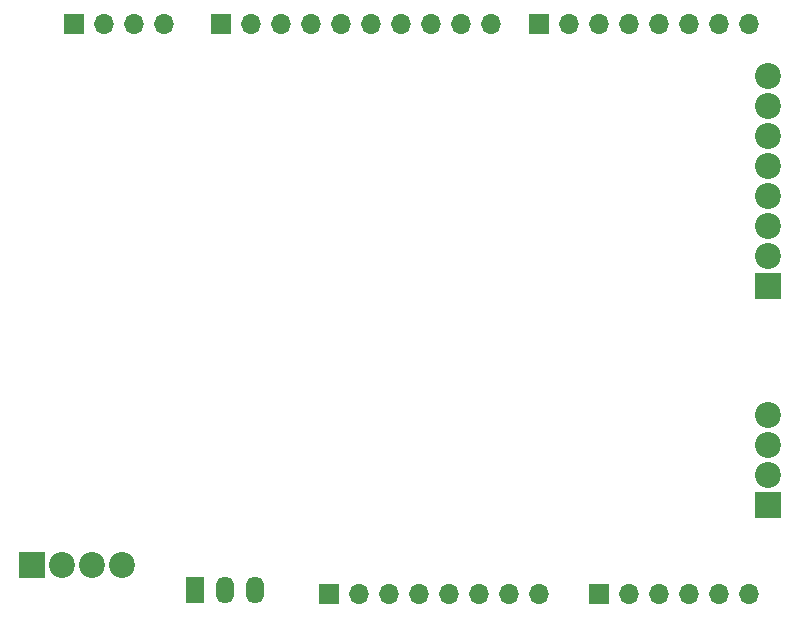
<source format=gbs>
G04 #@! TF.GenerationSoftware,KiCad,Pcbnew,8.0.4*
G04 #@! TF.CreationDate,2024-08-25T09:48:11+02:00*
G04 #@! TF.ProjectId,RTC-Messbruecke-from-template,5254432d-4d65-4737-9362-727565636b65,rev?*
G04 #@! TF.SameCoordinates,Original*
G04 #@! TF.FileFunction,Soldermask,Bot*
G04 #@! TF.FilePolarity,Negative*
%FSLAX46Y46*%
G04 Gerber Fmt 4.6, Leading zero omitted, Abs format (unit mm)*
G04 Created by KiCad (PCBNEW 8.0.4) date 2024-08-25 09:48:11*
%MOMM*%
%LPD*%
G01*
G04 APERTURE LIST*
%ADD10R,1.700000X1.700000*%
%ADD11O,1.700000X1.700000*%
%ADD12R,2.200000X2.200000*%
%ADD13C,2.200000*%
%ADD14R,1.500000X2.300000*%
%ADD15O,1.500000X2.300000*%
G04 APERTURE END LIST*
D10*
X127940000Y-97460000D03*
D11*
X130480000Y-97460000D03*
X133020000Y-97460000D03*
X135560000Y-97460000D03*
X138100000Y-97460000D03*
X140640000Y-97460000D03*
X143180000Y-97460000D03*
X145720000Y-97460000D03*
D10*
X150800000Y-97460000D03*
D11*
X153340000Y-97460000D03*
X155880000Y-97460000D03*
X158420000Y-97460000D03*
X160960000Y-97460000D03*
X163500000Y-97460000D03*
D10*
X118796000Y-49200000D03*
D11*
X121336000Y-49200000D03*
X123876000Y-49200000D03*
X126416000Y-49200000D03*
X128956000Y-49200000D03*
X131496000Y-49200000D03*
X134036000Y-49200000D03*
X136576000Y-49200000D03*
X139116000Y-49200000D03*
X141656000Y-49200000D03*
D10*
X145720000Y-49200000D03*
D11*
X148260000Y-49200000D03*
X150800000Y-49200000D03*
X153340000Y-49200000D03*
X155880000Y-49200000D03*
X158420000Y-49200000D03*
X160960000Y-49200000D03*
X163500000Y-49200000D03*
D10*
X106350000Y-49200000D03*
D11*
X108890000Y-49200000D03*
X111430000Y-49200000D03*
X113970000Y-49200000D03*
D12*
X165100000Y-71374001D03*
D13*
X165100000Y-68834001D03*
X165100000Y-66294002D03*
X165100000Y-63754001D03*
X165100000Y-61214001D03*
X165100000Y-58674001D03*
X165100000Y-56134001D03*
X165100000Y-53594000D03*
D12*
X102800000Y-95020000D03*
D13*
X105340000Y-95020000D03*
X107880000Y-95020000D03*
X110420000Y-95020000D03*
D12*
X165100000Y-89916000D03*
D13*
X165100000Y-87376000D03*
X165100000Y-84836001D03*
X165100000Y-82296000D03*
D14*
X116603000Y-97127500D03*
D15*
X119143000Y-97127500D03*
X121683000Y-97127500D03*
M02*

</source>
